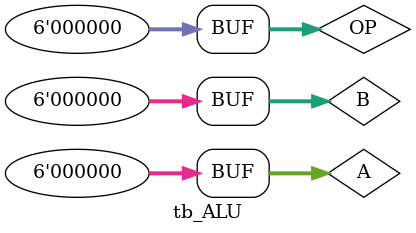
<source format=v>
`timescale 1ns / 1ps

module tb_ALU;
  reg [5 : 0] A;
  reg [5 : 0] B;
  reg [5 : 0] OP;
  wire [5 : 0] LEDS;

  
  initial begin
    $dumpfile("dump.vcd"); $dumpvars;
    
    A = 0;
    B = 0;
    OP = 0;
    
    #10
    A = 15;
    B = 20;
    OP = 6'b100000; //ADD
    //Resultado esperado: D.35 - 0x23 - 10 0011
    
    #10
    A = 20;
    B = 15;
    OP = 6'b100010; //SUB
    //Resultado esperado: 5 - 00 0101
    
    #10
    A = 15; //00 1111
    B = 20; //01 0100
    OP = 6'b100100; //AND
    //Resultado esperado: 4 - 00 0100

    #10
    A = 15; //00 1111
    B = 20; //01 0100
    OP = 6'b100101; //OR
    //Resultado esperado: D.31 - 0x1F - 01 1111
    
    #10
    A = 15; //00 1111
    B = 20; //01 0100
    OP = 6'b100110; //XOR
    //Resultado esperado: D.27 - 0x1B - 01 1011
    
    #10
    A = 20; //01 0100
    B = 3;
    OP = 6'b000011; //SRA
    //Resultado esperado: D.58 - ox3A - 11 1010, pero como tengo signo, se llena con 0 y espero 2 - 00 0010
    
    #10
    A = 15; //00 1111
    B = 3;
    OP = 6'b000010; //SRL
    //Resultado esperado: 1 - 00 0001
    
    #10
    A = 15; //00 1111
    B = 20; //01 0100
    OP = 6'b100111; //NOR
    //Resultado esperado: D.32 - 0x20 - 10 0000
    
    #10
    A = 0;
    B = 0;
    OP = 0;

  end
   
  ALU instance_ALU(
        .LEDS(LEDS), 
        .Data_A(A), 
        .Data_B(B), 
        .Op(OP)
  );
  
   endmodule
</source>
